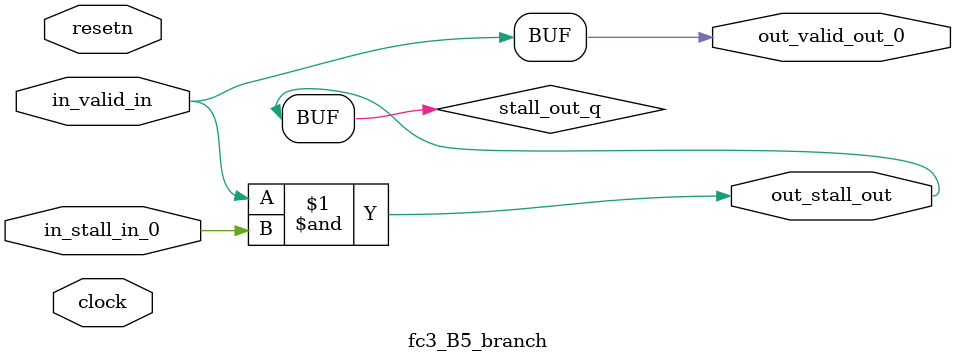
<source format=sv>



(* altera_attribute = "-name AUTO_SHIFT_REGISTER_RECOGNITION OFF; -name MESSAGE_DISABLE 10036; -name MESSAGE_DISABLE 10037; -name MESSAGE_DISABLE 14130; -name MESSAGE_DISABLE 14320; -name MESSAGE_DISABLE 15400; -name MESSAGE_DISABLE 14130; -name MESSAGE_DISABLE 10036; -name MESSAGE_DISABLE 12020; -name MESSAGE_DISABLE 12030; -name MESSAGE_DISABLE 12010; -name MESSAGE_DISABLE 12110; -name MESSAGE_DISABLE 14320; -name MESSAGE_DISABLE 13410; -name MESSAGE_DISABLE 113007; -name MESSAGE_DISABLE 10958" *)
module fc3_B5_branch (
    input wire [0:0] in_stall_in_0,
    input wire [0:0] in_valid_in,
    output wire [0:0] out_stall_out,
    output wire [0:0] out_valid_out_0,
    input wire clock,
    input wire resetn
    );

    wire [0:0] stall_out_q;


    // stall_out(LOGICAL,6)
    assign stall_out_q = in_valid_in & in_stall_in_0;

    // out_stall_out(GPOUT,4)
    assign out_stall_out = stall_out_q;

    // out_valid_out_0(GPOUT,5)
    assign out_valid_out_0 = in_valid_in;

endmodule

</source>
